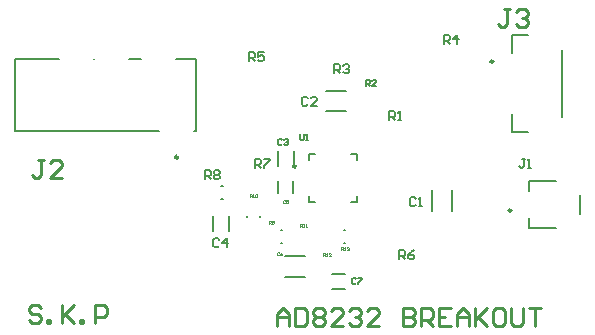
<source format=gbr>
%TF.GenerationSoftware,Altium Limited,Altium Designer,25.8.1 (18)*%
G04 Layer_Color=65535*
%FSLAX45Y45*%
%MOMM*%
%TF.SameCoordinates,59470FF0-CD15-45DD-BB61-DC51C1D221A1*%
%TF.FilePolarity,Positive*%
%TF.FileFunction,Legend,Top*%
%TF.Part,Single*%
G01*
G75*
%TA.AperFunction,NonConductor*%
%ADD39C,0.25000*%
%ADD40C,0.20000*%
%ADD41C,0.25400*%
%ADD42C,0.12700*%
%ADD43C,0.07620*%
%ADD44C,0.05080*%
D39*
X4107500Y2310000D02*
G03*
X4107500Y2310000I-12500J0D01*
G01*
X4260000Y1050000D02*
G03*
X4260000Y1050000I-12500J0D01*
G01*
X2436894Y1425000D02*
G03*
X2436894Y1425000I-12500J0D01*
G01*
X1437500Y1500000D02*
G03*
X1437500Y1500000I-12500J0D01*
G01*
D40*
X1800000Y1142500D02*
X1820000D01*
X1800000Y1257500D02*
X1820000D01*
X1732500Y874233D02*
Y1001480D01*
X1867500Y874233D02*
Y1001480D01*
X4262500Y1712500D02*
Y1870000D01*
Y2380000D02*
Y2537500D01*
X4400000D01*
X4687500Y1840000D02*
Y2410000D01*
X4262500Y1712500D02*
X4400000D01*
X4412500Y900000D02*
Y982500D01*
Y1217500D02*
Y1300000D01*
X4640000D01*
X4837500Y1017500D02*
Y1182500D01*
X4412500Y900000D02*
X4640000D01*
X2305000Y880000D02*
X2315000D01*
X2305000Y770000D02*
X2315000D01*
X2417500Y1423520D02*
Y1550768D01*
X2282500Y1423520D02*
Y1550768D01*
X2550000Y1475000D02*
Y1525000D01*
X2600000D01*
X2550000Y1125000D02*
Y1175000D01*
Y1125000D02*
X2600000D01*
X2950000Y1475000D02*
Y1525000D01*
X2900000D02*
X2950000D01*
Y1125000D02*
Y1175000D01*
X2900000Y1125000D02*
X2950000D01*
X2286500Y1200000D02*
Y1300000D01*
X2413500Y1200000D02*
Y1300000D01*
X2340000Y490000D02*
X2510000D01*
X2340000Y660000D02*
X2510000D01*
X2744600Y383900D02*
X2849600D01*
X2745000Y515000D02*
X2850000D01*
X3760300Y1048033D02*
Y1223033D01*
X3590000Y1047500D02*
Y1222500D01*
X60000Y1720000D02*
Y2330000D01*
X1572500Y1720000D02*
X1590000D01*
X60000D02*
X1277500D01*
X1590000D02*
Y2330000D01*
X1422500D02*
X1590000D01*
X1022500D02*
X1127500D01*
X722500D02*
X727500D01*
X60000D02*
X427500D01*
X2688033Y1889700D02*
X2863033D01*
X2687500Y2060000D02*
X2862500D01*
X2845000Y770000D02*
X2855000D01*
X2845000Y880000D02*
X2855000D01*
X2020000Y995000D02*
Y1005000D01*
X2130000Y995000D02*
Y1005000D01*
D41*
X276967Y227359D02*
X251575Y252751D01*
X200792D01*
X175400Y227359D01*
Y201967D01*
X200792Y176575D01*
X251575D01*
X276967Y151184D01*
Y125792D01*
X251575Y100400D01*
X200792D01*
X175400Y125792D01*
X327751Y100400D02*
Y125792D01*
X353143D01*
Y100400D01*
X327751D01*
X454710Y252751D02*
Y100400D01*
Y151184D01*
X556277Y252751D01*
X480101Y176575D01*
X556277Y100400D01*
X607060D02*
Y125792D01*
X632452D01*
Y100400D01*
X607060D01*
X734019D02*
Y252751D01*
X810194D01*
X835586Y227359D01*
Y176575D01*
X810194Y151184D01*
X734019D01*
X2275400Y75400D02*
Y176967D01*
X2326183Y227751D01*
X2376967Y176967D01*
Y75400D01*
Y151576D01*
X2275400D01*
X2427751Y227751D02*
Y75400D01*
X2503926D01*
X2529318Y100792D01*
Y202359D01*
X2503926Y227751D01*
X2427751D01*
X2580101Y202359D02*
X2605493Y227751D01*
X2656277D01*
X2681668Y202359D01*
Y176967D01*
X2656277Y151576D01*
X2681668Y126184D01*
Y100792D01*
X2656277Y75400D01*
X2605493D01*
X2580101Y100792D01*
Y126184D01*
X2605493Y151576D01*
X2580101Y176967D01*
Y202359D01*
X2605493Y151576D02*
X2656277D01*
X2834019Y75400D02*
X2732452D01*
X2834019Y176967D01*
Y202359D01*
X2808627Y227751D01*
X2757844D01*
X2732452Y202359D01*
X2884803D02*
X2910195Y227751D01*
X2960978D01*
X2986370Y202359D01*
Y176967D01*
X2960978Y151576D01*
X2935586D01*
X2960978D01*
X2986370Y126184D01*
Y100792D01*
X2960978Y75400D01*
X2910195D01*
X2884803Y100792D01*
X3138721Y75400D02*
X3037153D01*
X3138721Y176967D01*
Y202359D01*
X3113329Y227751D01*
X3062545D01*
X3037153Y202359D01*
X3341855Y227751D02*
Y75400D01*
X3418030D01*
X3443422Y100792D01*
Y126184D01*
X3418030Y151576D01*
X3341855D01*
X3418030D01*
X3443422Y176967D01*
Y202359D01*
X3418030Y227751D01*
X3341855D01*
X3494206Y75400D02*
Y227751D01*
X3570381D01*
X3595773Y202359D01*
Y151576D01*
X3570381Y126184D01*
X3494206D01*
X3544989D02*
X3595773Y75400D01*
X3748124Y227751D02*
X3646556D01*
Y75400D01*
X3748124D01*
X3646556Y151576D02*
X3697340D01*
X3798907Y75400D02*
Y176967D01*
X3849691Y227751D01*
X3900474Y176967D01*
Y75400D01*
Y151576D01*
X3798907D01*
X3951258Y227751D02*
Y75400D01*
Y126184D01*
X4052825Y227751D01*
X3976650Y151576D01*
X4052825Y75400D01*
X4179784Y227751D02*
X4129000D01*
X4103609Y202359D01*
Y100792D01*
X4129000Y75400D01*
X4179784D01*
X4205176Y100792D01*
Y202359D01*
X4179784Y227751D01*
X4255959D02*
Y100792D01*
X4281351Y75400D01*
X4332135D01*
X4357526Y100792D01*
Y227751D01*
X4408310D02*
X4509877D01*
X4459093D01*
Y75400D01*
X4249608Y2751176D02*
X4198824D01*
X4224216D01*
Y2624217D01*
X4198824Y2598825D01*
X4173433D01*
X4148041Y2624217D01*
X4300392Y2725784D02*
X4325784Y2751176D01*
X4376567D01*
X4401959Y2725784D01*
Y2700392D01*
X4376567Y2675000D01*
X4351175D01*
X4376567D01*
X4401959Y2649608D01*
Y2624217D01*
X4376567Y2598825D01*
X4325784D01*
X4300392Y2624217D01*
X299608Y1476175D02*
X248824D01*
X274216D01*
Y1349217D01*
X248824Y1323825D01*
X223433D01*
X198041Y1349217D01*
X451959Y1323825D02*
X350392D01*
X451959Y1425392D01*
Y1450783D01*
X426567Y1476175D01*
X375784D01*
X350392Y1450783D01*
D42*
X2466144Y1700392D02*
Y1658073D01*
X2474608Y1649609D01*
X2491536D01*
X2500000Y1658073D01*
Y1700392D01*
X2516928Y1649609D02*
X2533855D01*
X2525392D01*
Y1700392D01*
X2516928Y1691928D01*
X1661520Y1311913D02*
Y1388088D01*
X1699608D01*
X1712304Y1375392D01*
Y1350000D01*
X1699608Y1337304D01*
X1661520D01*
X1686912D02*
X1712304Y1311913D01*
X1737696Y1375392D02*
X1750392Y1388088D01*
X1775784D01*
X1788479Y1375392D01*
Y1362696D01*
X1775784Y1350000D01*
X1788479Y1337304D01*
Y1324608D01*
X1775784Y1311913D01*
X1750392D01*
X1737696Y1324608D01*
Y1337304D01*
X1750392Y1350000D01*
X1737696Y1362696D01*
Y1375392D01*
X1750392Y1350000D02*
X1775784D01*
X2086521Y1411913D02*
Y1488088D01*
X2124608D01*
X2137304Y1475392D01*
Y1450000D01*
X2124608Y1437304D01*
X2086521D01*
X2111912D02*
X2137304Y1411913D01*
X2162696Y1488088D02*
X2213479D01*
Y1475392D01*
X2162696Y1424609D01*
Y1411913D01*
X3311520Y636913D02*
Y713088D01*
X3349608D01*
X3362304Y700392D01*
Y675000D01*
X3349608Y662304D01*
X3311520D01*
X3336912D02*
X3362304Y636913D01*
X3438479Y713088D02*
X3413088Y700392D01*
X3387696Y675000D01*
Y649609D01*
X3400392Y636913D01*
X3425784D01*
X3438479Y649609D01*
Y662304D01*
X3425784Y675000D01*
X3387696D01*
X2036520Y2311913D02*
Y2388088D01*
X2074608D01*
X2087304Y2375392D01*
Y2350000D01*
X2074608Y2337304D01*
X2036520D01*
X2061912D02*
X2087304Y2311913D01*
X2163479Y2388088D02*
X2112696D01*
Y2350000D01*
X2138088Y2362696D01*
X2150784D01*
X2163479Y2350000D01*
Y2324609D01*
X2150784Y2311913D01*
X2125392D01*
X2112696Y2324609D01*
X3686520Y2461913D02*
Y2538088D01*
X3724608D01*
X3737304Y2525392D01*
Y2500000D01*
X3724608Y2487304D01*
X3686520D01*
X3711912D02*
X3737304Y2461913D01*
X3800784D02*
Y2538088D01*
X3762696Y2500000D01*
X3813479D01*
X2761521Y2211913D02*
Y2288088D01*
X2799608D01*
X2812304Y2275392D01*
Y2250000D01*
X2799608Y2237304D01*
X2761521D01*
X2786912D02*
X2812304Y2211913D01*
X2837696Y2275392D02*
X2850392Y2288088D01*
X2875784D01*
X2888479Y2275392D01*
Y2262696D01*
X2875784Y2250000D01*
X2863088D01*
X2875784D01*
X2888479Y2237304D01*
Y2224608D01*
X2875784Y2211913D01*
X2850392D01*
X2837696Y2224608D01*
X3032680Y2099608D02*
Y2150392D01*
X3058072D01*
X3066536Y2141928D01*
Y2125000D01*
X3058072Y2116536D01*
X3032680D01*
X3049608D02*
X3066536Y2099608D01*
X3117320D02*
X3083464D01*
X3117320Y2133464D01*
Y2141928D01*
X3108856Y2150392D01*
X3091928D01*
X3083464Y2141928D01*
X3224216Y1811913D02*
Y1888088D01*
X3262304D01*
X3275000Y1875392D01*
Y1850000D01*
X3262304Y1837304D01*
X3224216D01*
X3249608D02*
X3275000Y1811913D01*
X3300392D02*
X3325784D01*
X3313088D01*
Y1888088D01*
X3300392Y1875392D01*
X4375000Y1488088D02*
X4349608D01*
X4362304D01*
Y1424609D01*
X4349608Y1411913D01*
X4336912D01*
X4324216Y1424609D01*
X4400392Y1411913D02*
X4425783D01*
X4413087D01*
Y1488088D01*
X4400392Y1475392D01*
X2941536Y466928D02*
X2933072Y475392D01*
X2916145D01*
X2907680Y466928D01*
Y433073D01*
X2916145Y424608D01*
X2933072D01*
X2941536Y433073D01*
X2958464Y475392D02*
X2992320D01*
Y466928D01*
X2958464Y433073D01*
Y424608D01*
X1787304Y800392D02*
X1774608Y813088D01*
X1749216D01*
X1736521Y800392D01*
Y749609D01*
X1749216Y736913D01*
X1774608D01*
X1787304Y749609D01*
X1850784Y736913D02*
Y813088D01*
X1812696Y775000D01*
X1863479D01*
X2316536Y1641928D02*
X2308072Y1650392D01*
X2291145D01*
X2282680Y1641928D01*
Y1608072D01*
X2291145Y1599608D01*
X2308072D01*
X2316536Y1608072D01*
X2333464Y1641928D02*
X2341928Y1650392D01*
X2358856D01*
X2367320Y1641928D01*
Y1633464D01*
X2358856Y1625000D01*
X2350392D01*
X2358856D01*
X2367320Y1616536D01*
Y1608072D01*
X2358856Y1599608D01*
X2341928D01*
X2333464Y1608072D01*
X2537304Y2000392D02*
X2524608Y2013088D01*
X2499216D01*
X2486521Y2000392D01*
Y1949608D01*
X2499216Y1936913D01*
X2524608D01*
X2537304Y1949608D01*
X2613479Y1936913D02*
X2562696D01*
X2613479Y1987696D01*
Y2000392D01*
X2600784Y2013088D01*
X2575392D01*
X2562696Y2000392D01*
X3450000Y1150392D02*
X3437304Y1163088D01*
X3411912D01*
X3399216Y1150392D01*
Y1099608D01*
X3411912Y1086912D01*
X3437304D01*
X3450000Y1099608D01*
X3475392Y1086912D02*
X3500784D01*
X3488088D01*
Y1163088D01*
X3475392Y1150392D01*
D43*
X2818260Y712304D02*
Y737696D01*
X2830956D01*
X2835188Y733464D01*
Y725000D01*
X2830956Y720768D01*
X2818260D01*
X2826724D02*
X2835188Y712304D01*
X2843652D02*
X2852116D01*
X2847884D01*
Y737696D01*
X2843652Y733464D01*
X2864812D02*
X2869044Y737696D01*
X2877508D01*
X2881740Y733464D01*
Y729232D01*
X2877508Y725000D01*
X2873276D01*
X2877508D01*
X2881740Y720768D01*
Y716536D01*
X2877508Y712304D01*
X2869044D01*
X2864812Y716536D01*
D44*
X2668260Y662304D02*
Y687696D01*
X2680956D01*
X2685188Y683464D01*
Y675000D01*
X2680956Y670768D01*
X2668260D01*
X2676724D02*
X2685188Y662304D01*
X2693652D02*
X2702116D01*
X2697884D01*
Y687696D01*
X2693652Y683464D01*
X2731740Y662304D02*
X2714812D01*
X2731740Y679232D01*
Y683464D01*
X2727508Y687696D01*
X2719044D01*
X2714812Y683464D01*
X2472492Y912304D02*
Y937696D01*
X2485188D01*
X2489420Y933464D01*
Y925000D01*
X2485188Y920768D01*
X2472492D01*
X2480956D02*
X2489420Y912304D01*
X2497884D02*
X2506348D01*
X2502116D01*
Y937696D01*
X2497884Y933464D01*
X2519044Y912304D02*
X2527508D01*
X2523276D01*
Y937696D01*
X2519044Y933464D01*
X2043260Y1162304D02*
Y1187696D01*
X2055956D01*
X2060188Y1183464D01*
Y1175000D01*
X2055956Y1170768D01*
X2043260D01*
X2051724D02*
X2060188Y1162304D01*
X2068652D02*
X2077116D01*
X2072884D01*
Y1187696D01*
X2068652Y1183464D01*
X2089812D02*
X2094044Y1187696D01*
X2102508D01*
X2106740Y1183464D01*
Y1166536D01*
X2102508Y1162304D01*
X2094044D01*
X2089812Y1166536D01*
Y1183464D01*
X2203840Y937304D02*
Y962696D01*
X2216536D01*
X2220768Y958464D01*
Y950000D01*
X2216536Y945768D01*
X2203840D01*
X2212304D02*
X2220768Y937304D01*
X2229232Y941536D02*
X2233464Y937304D01*
X2241928D01*
X2246160Y941536D01*
Y958464D01*
X2241928Y962696D01*
X2233464D01*
X2229232Y958464D01*
Y954232D01*
X2233464Y950000D01*
X2246160D01*
X2295768Y690688D02*
X2291536Y694920D01*
X2283072D01*
X2278840Y690688D01*
Y673760D01*
X2283072Y669528D01*
X2291536D01*
X2295768Y673760D01*
X2321160Y694920D02*
X2312696Y690688D01*
X2304232Y682224D01*
Y673760D01*
X2308464Y669528D01*
X2316928D01*
X2321160Y673760D01*
Y677992D01*
X2316928Y682224D01*
X2304232D01*
X2345768Y1133464D02*
X2341536Y1137696D01*
X2333072D01*
X2328840Y1133464D01*
Y1116536D01*
X2333072Y1112304D01*
X2341536D01*
X2345768Y1116536D01*
X2371160Y1137696D02*
X2354232D01*
Y1125000D01*
X2362696Y1129232D01*
X2366928D01*
X2371160Y1125000D01*
Y1116536D01*
X2366928Y1112304D01*
X2358464D01*
X2354232Y1116536D01*
%TF.MD5,1bf4158b49d6c72df53f8fc21e1cc383*%
M02*

</source>
